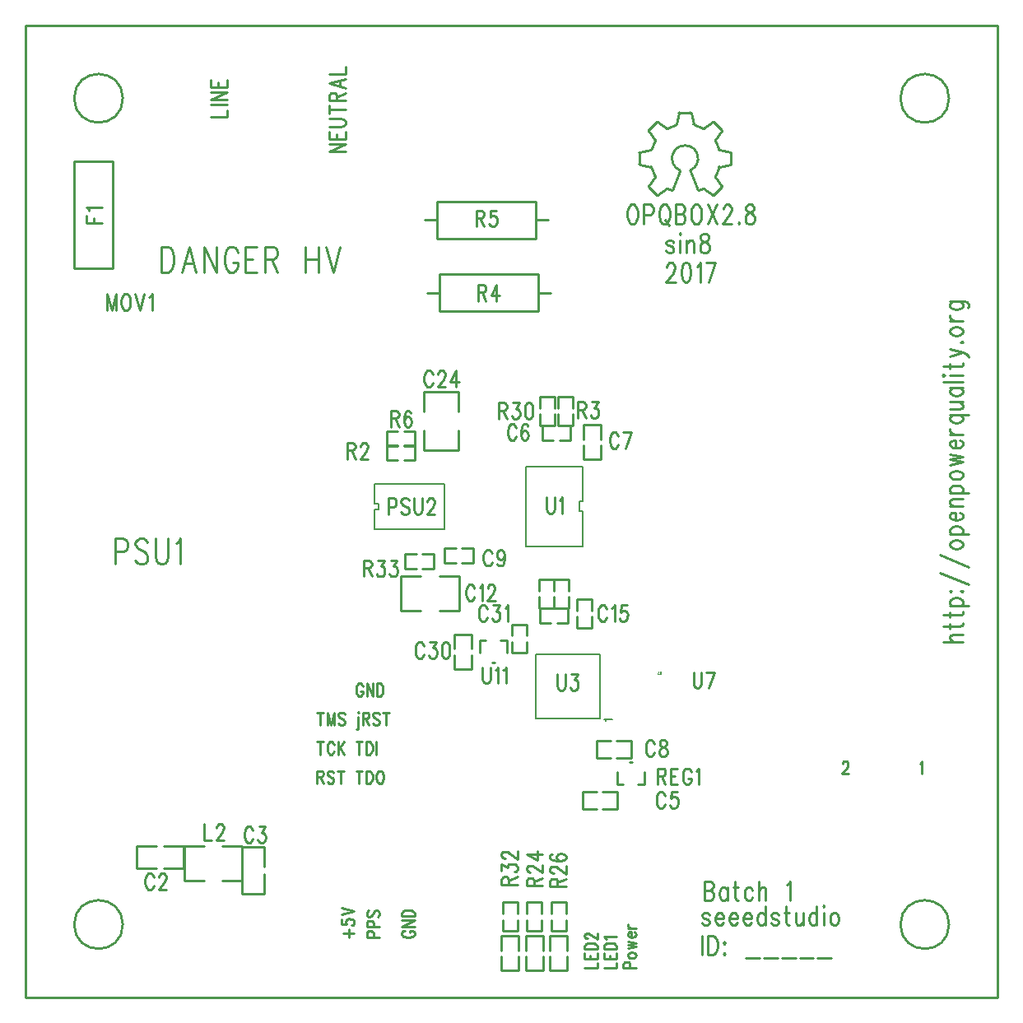
<source format=gto>
*
*
G04 PADS VX.1.2 Build Number: 698008 generated Gerber (RS-274-X) file*
G04 PC Version=2.1*
*
%IN "opqbox2.pcb"*%
*
%MOIN*%
*
%FSLAX35Y35*%
*
*
*
*
G04 PC Standard Apertures*
*
*
G04 Thermal Relief Aperture macro.*
%AMTER*
1,1,$1,0,0*
1,0,$1-$2,0,0*
21,0,$3,$4,0,0,45*
21,0,$3,$4,0,0,135*
%
*
*
G04 Annular Aperture macro.*
%AMANN*
1,1,$1,0,0*
1,0,$2,0,0*
%
*
*
G04 Odd Aperture macro.*
%AMODD*
1,1,$1,0,0*
1,0,$1-0.005,0,0*
%
*
*
G04 PC Custom Aperture Macros*
*
*
*
*
*
*
G04 PC Aperture Table*
*
%ADD010C,0.001*%
%ADD011C,0.00787*%
%ADD012C,0.005*%
%ADD013C,0.01*%
%ADD193C,0.0015*%
*
*
*
*
G04 PC Circuitry*
G04 Layer Name opqbox2.pcb - circuitry*
%LPD*%
*
*
G04 PC Custom Flashes*
G04 Layer Name opqbox2.pcb - flashes*
%LPD*%
*
*
G04 PC Circuitry*
G04 Layer Name opqbox2.pcb - circuitry*
%LPD*%
*
G54D10*
G54D11*
G01X241339Y289764D02*
Y297687D01*
X243110*
Y299951*
X241339*
Y307874*
X269685*
Y289764*
X241339*
X332776Y212894D02*
Y239075D01*
X306594*
Y212894*
X332776*
X325689Y314862D02*
Y300824D01*
X324250*
Y296813*
X325689*
Y282776*
X302657*
Y314862*
X325689*
G54D12*
X335029Y211984D02*
X334873Y212212D01*
X334404Y212552*
X337685*
G54D13*
X155831Y152193D02*
X163831D01*
Y161193*
X155831*
X152831Y152193D02*
X144831D01*
Y161193*
X152831*
X196626Y153075D02*
Y161075D01*
X187626*
Y153075*
X196626Y150075D02*
Y142075D01*
X187626*
Y150075*
X172234Y161331D02*
X164184D01*
Y147331*
X172234*
X179734Y161331D02*
X187784D01*
Y147331*
X179734*
X266535Y414961D02*
X261535D01*
X306535Y422461D02*
Y407461D01*
X266535*
Y422461*
X306535*
Y414961D02*
X311535D01*
X307480Y385433D02*
X312480D01*
X267480Y377933D02*
Y392933D01*
X307480*
Y377933*
X267480*
Y385433D02*
X262480D01*
X314417Y338652D02*
Y343202D01*
X308417*
Y338652*
X314417Y336152D02*
Y331602D01*
X308417*
Y336152*
X312445Y116713D02*
Y110913D01*
X319445*
Y116713*
X312445Y119113D02*
Y124913D01*
X319445*
Y119113*
X318945Y133927D02*
Y138477D01*
X312945*
Y133927*
X318945Y131427D02*
Y126877D01*
X312945*
Y131427*
X309102Y133927D02*
Y138477D01*
X303102*
Y133927*
X309102Y131427D02*
Y126877D01*
X303102*
Y131427*
X302602Y116713D02*
Y110913D01*
X309602*
Y116713*
X302602Y119113D02*
Y124913D01*
X309602*
Y119113*
X299260Y133927D02*
Y138477D01*
X293260*
Y133927*
X299260Y131427D02*
Y126877D01*
X293260*
Y131427*
X292760Y116713D02*
Y110913D01*
X299760*
Y116713*
X292760Y119113D02*
Y124913D01*
X299760*
Y119113*
X261307Y329715D02*
Y321665D01*
X275307*
Y329715*
X261307Y337215D02*
Y345265D01*
X275307*
Y337215*
X135433Y438583D02*
X119685D01*
Y395276*
X135433*
Y438583*
X323378Y254262D02*
Y249712D01*
X329378*
Y254262*
X323378Y256762D02*
Y261312D01*
X329378*
Y256762*
X274144Y281937D02*
X269594D01*
Y275937*
X274144*
X276644Y281937D02*
X281194D01*
Y275937*
X276644*
X333680Y176421D02*
X339480D01*
Y183421*
X333680*
X331280Y176421D02*
X325480D01*
Y183421*
X331280*
X348079Y186157D02*
X350579D01*
Y191157*
X342079Y186157D02*
X339579D01*
Y191157*
X345579Y195157D02*
X344579D01*
X280469Y241161D02*
Y246961D01*
X273469*
Y241161*
X280469Y238761D02*
Y232961D01*
X273469*
Y238761*
X286370Y244748D02*
X283870D01*
Y239748*
X292370Y244748D02*
X294870D01*
Y239748*
X288870Y235748D02*
X289870D01*
X302803Y246526D02*
Y251076D01*
X296803*
Y246526*
X302803Y244026D02*
Y239476D01*
X296803*
Y244026*
X339389Y197091D02*
X345189D01*
Y204091*
X339389*
X336989Y197091D02*
X331189D01*
Y204091*
X336989*
X258199Y279772D02*
X253649D01*
Y273772*
X258199*
X260699Y279772D02*
X265249D01*
Y273772*
X260699*
X267530Y256780D02*
X275580D01*
Y270780*
X267530*
X260030Y256780D02*
X251980D01*
Y270780*
X260030*
X312726Y257528D02*
X308176D01*
Y251528*
X312726*
X315226Y257528D02*
X319776D01*
Y251528*
X315226*
X313711Y331740D02*
X309161D01*
Y325740*
X313711*
X316211Y331740D02*
X320761D01*
Y325740*
X316211*
X253219Y323378D02*
X257769D01*
Y329378*
X253219*
X250719Y323378D02*
X246169D01*
Y329378*
X250719*
Y323472D02*
X246169D01*
Y317472*
X250719*
X253219Y323472D02*
X257769D01*
Y317472*
X253219*
X333028Y326003D02*
Y331803D01*
X326028*
Y326003*
X333028Y323603D02*
Y317803D01*
X326028*
Y323603*
X321504Y338652D02*
Y343202D01*
X315504*
Y338652*
X321504Y336152D02*
Y331602D01*
X315504*
Y336152*
X319929Y264636D02*
Y269186D01*
X313929*
Y264636*
X319929Y262136D02*
Y257586D01*
X313929*
Y262136*
X314024Y264636D02*
Y269186D01*
X308024*
Y264636*
X314024Y262136D02*
Y257586D01*
X308024*
Y262136*
X136220Y285925D02*
Y275591D01*
Y285925D02*
X139442D01*
X140515Y285433*
X140873Y284941*
X141231Y283957*
Y282480*
X140873Y281496*
X140515Y281004*
X139442Y280512*
X136220*
X149463Y284449D02*
X148747Y285433D01*
X147674Y285925*
X146242*
X145168Y285433*
X144452Y284449*
Y283465*
X144810Y282480*
X145168Y281988*
X145884Y281496*
X148031Y280512*
X148747Y280020*
X149105Y279528*
X149463Y278543*
Y277067*
X148747Y276083*
X147674Y275591*
X146242*
X145168Y276083*
X144452Y277067*
X152684Y285925D02*
Y278543D01*
X153042Y277067*
X153758Y276083*
X154832Y275591*
X155548*
X156621Y276083*
X157337Y277067*
X157695Y278543*
Y285925*
X160916Y283957D02*
X161632Y284449D01*
X162706Y285925*
Y275591*
X246850Y302232D02*
Y295669D01*
Y302232D02*
X248896D01*
X249578Y301919*
X249805Y301607*
X250032Y300982*
Y300044*
X249805Y299419*
X249578Y299107*
X248896Y298794*
X246850*
X255259Y301294D02*
X254805Y301919D01*
X254123Y302232*
X253214*
X252532Y301919*
X252078Y301294*
Y300669*
X252305Y300044*
X252532Y299732*
X252987Y299419*
X254350Y298794*
X254805Y298482*
X255032Y298169*
X255259Y297544*
Y296607*
X254805Y295982*
X254123Y295669*
X253214*
X252532Y295982*
X252078Y296607*
X257305Y302232D02*
Y297544D01*
X257532Y296607*
X257987Y295982*
X258669Y295669*
X259123*
X259805Y295982*
X260259Y296607*
X260487Y297544*
Y302232*
X262759Y300669D02*
Y300982D01*
X262987Y301607*
X263214Y301919*
X263669Y302232*
X264578*
X265032Y301919*
X265259Y301607*
X265487Y300982*
Y300357*
X265259Y299732*
X264805Y298794*
X262532Y295669*
X265714*
X151834Y148701D02*
X151607Y149326D01*
X151152Y149951*
X150698Y150263*
X149789*
X149334Y149951*
X148880Y149326*
X148652Y148701*
X148425Y147763*
Y146201*
X148652Y145263*
X148880Y144638*
X149334Y144013*
X149789Y143701*
X150698*
X151152Y144013*
X151607Y144638*
X151834Y145263*
X154107Y148701D02*
Y149013D01*
X154334Y149638*
X154562Y149951*
X155016Y150263*
X155925*
X156380Y149951*
X156607Y149638*
X156834Y149013*
Y148388*
X156607Y147763*
X156152Y146826*
X153880Y143701*
X157062*
X191992Y167598D02*
X191764Y168223D01*
X191310Y168848*
X190855Y169161*
X189946*
X189492Y168848*
X189037Y168223*
X188810Y167598*
X188583Y166661*
Y165098*
X188810Y164161*
X189037Y163536*
X189492Y162911*
X189946Y162598*
X190855*
X191310Y162911*
X191764Y163536*
X191992Y164161*
X194492Y169161D02*
X196992D01*
X195628Y166661*
X196310*
X196764Y166348*
X196992Y166036*
X197219Y165098*
Y164473*
X196992Y163536*
X196537Y162911*
X195855Y162598*
X195174*
X194492Y162911*
X194264Y163223*
X194037Y163848*
X172441Y170342D02*
Y163780D01*
X175168*
X177441Y168780D02*
Y169092D01*
X177668Y169717*
X177895Y170030*
X178350Y170342*
X179259*
X179714Y170030*
X179941Y169717*
X180168Y169092*
Y168467*
X179941Y167842*
X179486Y166905*
X177214Y163780*
X180395*
X282480Y418767D02*
Y412205D01*
Y418767D02*
X284526D01*
X285208Y418455*
X285435Y418142*
X285662Y417517*
Y416892*
X285435Y416267*
X285208Y415955*
X284526Y415642*
X282480*
X284071D02*
X285662Y412205D01*
X290662Y418767D02*
X288389D01*
X288162Y415955*
X288389Y416267*
X289071Y416580*
X289753*
X290435Y416267*
X290889Y415642*
X291117Y414705*
X290889Y414080*
X290662Y413142*
X290208Y412517*
X289526Y412205*
X288844*
X288162Y412517*
X287935Y412830*
X287708Y413455*
X283268Y388649D02*
Y382087D01*
Y388649D02*
X285313D01*
X285995Y388337*
X286222Y388024*
X286450Y387399*
Y386774*
X286222Y386149*
X285995Y385837*
X285313Y385524*
X283268*
X284859D02*
X286450Y382087D01*
X290768Y388649D02*
X288495Y384274D01*
X291904*
X290768Y388649D02*
Y382087D01*
X291732Y340814D02*
Y334252D01*
Y340814D02*
X293778D01*
X294460Y340502*
X294687Y340189*
X294914Y339564*
Y338939*
X294687Y338314*
X294460Y338002*
X293778Y337689*
X291732*
X293323D02*
X294914Y334252D01*
X297414Y340814D02*
X299914D01*
X298550Y338314*
X299232*
X299687Y338002*
X299914Y337689*
X300141Y336752*
Y336127*
X299914Y335189*
X299460Y334564*
X298778Y334252*
X298096*
X297414Y334564*
X297187Y334877*
X296960Y335502*
X303550Y340814D02*
X302869Y340502D01*
X302414Y339564*
X302187Y338002*
Y337064*
X302414Y335502*
X302869Y334564*
X303550Y334252*
X304005*
X304687Y334564*
X305141Y335502*
X305369Y337064*
Y338002*
X305141Y339564*
X304687Y340502*
X304005Y340814*
X303550*
X133071Y384909D02*
Y378346D01*
Y384909D02*
X134889Y378346D01*
X136707Y384909D02*
X134889Y378346D01*
X136707Y384909D02*
Y378346D01*
X140116Y384909D02*
X139662Y384596D01*
X139207Y383971*
X138980Y383346*
X138753Y382409*
Y380846*
X138980Y379909*
X139207Y379284*
X139662Y378659*
X140116Y378346*
X141025*
X141480Y378659*
X141935Y379284*
X141935D02*
X142162Y379909D01*
X142389Y380846*
Y382409*
X142162Y383346*
X141935Y383971*
X141935D02*
X141480Y384596D01*
X141025Y384909*
X140116*
X144435D02*
X146253Y378346D01*
X148071Y384909D02*
X146253Y378346D01*
X150116Y383659D02*
X150571Y383971D01*
X151253Y384909*
Y378346*
X222965Y442520D02*
X229528D01*
X222965D02*
X229528Y445702D01*
X222965D02*
X229528D01*
X222965Y447747D02*
X229528D01*
X222965D02*
Y450702D01*
X226090Y447747D02*
Y449565D01*
X229528Y447747D02*
Y450702D01*
X222965Y452747D02*
X227653D01*
X228590Y452974*
X229215Y453429*
X229528Y454111*
Y454565*
X229215Y455247*
X228590Y455702*
X227653Y455929*
X222965*
Y459565D02*
X229528D01*
X222965Y457974D02*
Y461156D01*
Y463202D02*
X229528D01*
X222965D02*
Y465247D01*
X223278Y465929*
X223590Y466156*
X224215Y466383*
X224840*
X225465Y466156*
X225778Y465929*
X226090Y465247*
Y463202*
Y464792D02*
X229528Y466383D01*
X222965Y470247D02*
X229528Y468429D01*
X222965Y470247D02*
X229528Y472065D01*
X227340Y469111D02*
Y471383D01*
X222965Y474111D02*
X229528D01*
Y476838*
X174934Y456693D02*
X181496D01*
Y459420*
X174934Y461466D02*
X181496D01*
X174934Y463511D02*
X181496D01*
X174934D02*
X181496Y466693D01*
X174934D02*
X181496D01*
X174934Y468738D02*
X181496D01*
X174934D02*
Y471693D01*
X178059Y468738D02*
Y470557D01*
X181496Y468738D02*
Y471693D01*
X312335Y144882D02*
X318898D01*
X312335D02*
Y146927D01*
X312648Y147609*
X312960Y147836*
X313585Y148064*
X314210*
X314835Y147836*
X315148Y147609*
X315460Y146927*
Y144882*
Y146473D02*
X318898Y148064D01*
X313898Y150336D02*
X313585D01*
X312960Y150564*
X312648Y150791*
X312335Y151246*
Y152155*
X312648Y152609*
X312960Y152836*
X313585Y153064*
X314210*
X314835Y152836*
X315773Y152382*
X318898Y150109*
Y153291*
X313273Y158064D02*
X312648Y157836D01*
X312335Y157155*
Y156700*
X312648Y156018*
X313585Y155564*
X315148Y155336*
X316710*
X317960Y155564*
X318585Y156018*
X318898Y156700*
Y156927*
X318585Y157609*
X317960Y158064*
X317023Y158291*
X316710*
X315773Y158064*
X315148Y157609*
X314835Y156927*
Y156700*
X315148Y156018*
X315773Y155564*
X316710Y155336*
X302886Y145276D02*
X309449D01*
X302886D02*
Y147321D01*
X303199Y148003*
X303511Y148230*
X304136Y148457*
X304761*
X305386Y148230*
X305699Y148003*
X306011Y147321*
Y145276*
Y146866D02*
X309449Y148457D01*
X304449Y150730D02*
X304136D01*
X303511Y150957*
X303199Y151185*
X302886Y151639*
Y152548*
X303199Y153003*
X303511Y153230*
X304136Y153457*
X304761*
X305386Y153230*
X306324Y152776*
X309449Y150503*
Y153685*
X302886Y158003D02*
X307261Y155730D01*
Y159139*
X302886Y158003D02*
X309449D01*
X292650Y145669D02*
X299213D01*
X292650D02*
Y147715D01*
X292963Y148397*
X293275Y148624*
X293900Y148851*
X294525*
X295150Y148624*
X295463Y148397*
X295775Y147715*
Y145669*
Y147260D02*
X299213Y148851D01*
X292650Y151351D02*
Y153851D01*
X295150Y152487*
Y153169*
X295463Y153624*
X295775Y153851*
X296713Y154078*
X297338*
X298275Y153851*
X298900Y153397*
X299213Y152715*
Y152033*
X298900Y151351*
X298588Y151124*
X297963Y150897*
X294213Y156351D02*
X293900D01*
X293275Y156578*
X292963Y156806*
X292650Y157260*
Y158169*
X292963Y158624*
X293275Y158851*
X293900Y159078*
X294525*
X295150Y158851*
X296088Y158397*
X299213Y156124*
Y159306*
X264826Y352244D02*
X264599Y352869D01*
X264145Y353494*
X263690Y353807*
X262781*
X262326Y353494*
X261872Y352869*
X261645Y352244*
X261417Y351307*
Y349744*
X261645Y348807*
X261872Y348182*
X262326Y347557*
X262781Y347244*
X263690*
X264145Y347557*
X264599Y348182*
X264826Y348807*
X267099Y352244D02*
Y352557D01*
X267326Y353182*
X267554Y353494*
X268008Y353807*
X268917*
X269372Y353494*
X269599Y353182*
X269826Y352557*
Y351932*
X269599Y351307*
X269145Y350369*
X266872Y347244*
X270054*
X274372Y353807D02*
X272099Y349432D01*
X275508*
X274372Y353807D02*
Y347244D01*
X124540Y413780D02*
X131102D01*
X124540D02*
Y416734D01*
X127665Y413780D02*
Y415598D01*
X125790Y418780D02*
X125477Y419234D01*
X124540Y419916*
X131102*
X315354Y230972D02*
Y226284D01*
X315582Y225347*
X316036Y224722*
X316718Y224409*
X317173*
X317854Y224722*
X318309Y225347*
X318536Y226284*
Y230972*
X321036D02*
X323536D01*
X322173Y228472*
X322854*
X323309Y228159*
X323536Y227847*
X323763Y226909*
Y226284*
X323536Y225347*
X323082Y224722*
X322400Y224409*
X321718*
X321036Y224722*
X320809Y225034*
X320582Y225659*
X335299Y257362D02*
X335072Y257987D01*
X334617Y258612*
X334162Y258925*
X333253*
X332799Y258612*
X332344Y257987*
X332117Y257362*
X331890Y256425*
Y254862*
X332117Y253925*
X332344Y253300*
X332799Y252675*
X333253Y252362*
X334162*
X334617Y252675*
X335072Y253300*
X335299Y253925*
X337344Y257675D02*
X337799Y257987D01*
X338481Y258925*
Y252362*
X343481Y258925D02*
X341208D01*
X340981Y256112*
X341208Y256425*
X341890Y256737*
X342572*
X343253Y256425*
X343708Y255800*
X343935Y254862*
X343708Y254237*
X343481Y253300*
X343026Y252675*
X342344Y252362*
X341662*
X340981Y252675*
X340753Y252987*
X340526Y253612*
X288842Y279803D02*
X288615Y280428D01*
X288160Y281053*
X287706Y281366*
X286797*
X286342Y281053*
X285888Y280428*
X285660Y279803*
X285433Y278866*
Y277303*
X285660Y276366*
X285888Y275741*
X286342Y275116*
X286797Y274803*
X287706*
X288160Y275116*
X288615Y275741*
X288842Y276366*
X293842Y279178D02*
X293615Y278241D01*
X293160Y277616*
X292479Y277303*
X292251*
X291569Y277616*
X291115Y278241*
X290888Y279178*
Y279491*
X291115Y280428*
X291569Y281053*
X292251Y281366*
X292479*
X293160Y281053*
X293615Y280428*
X293842Y279178*
Y277616*
X293615Y276053*
X293160Y275116*
X292479Y274803*
X292024*
X291342Y275116*
X291115Y275741*
X358921Y181772D02*
X358694Y182397D01*
X358239Y183022*
X357785Y183334*
X356875*
X356421Y183022*
X355966Y182397*
X355739Y181772*
X355512Y180834*
Y179272*
X355739Y178334*
X355966Y177709*
X356421Y177084*
X356875Y176772*
X357785*
X358239Y177084*
X358694Y177709*
X358921Y178334*
X363921Y183334D02*
X361648D01*
X361421Y180522*
X361648Y180834*
X362330Y181147*
X363012*
X363694Y180834*
X364148Y180209*
X364375Y179272*
X364148Y178647*
X363921Y177709*
X363466Y177084*
X362785Y176772*
X362103*
X361421Y177084*
X361194Y177397*
X360966Y178022*
X355906Y192783D02*
Y186220D01*
Y192783D02*
X357951D01*
X358633Y192470*
X358860Y192158*
X359087Y191533*
Y190908*
X358860Y190283*
X358633Y189970*
X357951Y189658*
X355906*
X357496D02*
X359087Y186220D01*
X361133Y192783D02*
Y186220D01*
Y192783D02*
X364087D01*
X361133Y189658D02*
X362951D01*
X361133Y186220D02*
X364087D01*
X369542Y191220D02*
X369315Y191845D01*
X368860Y192470*
X368406Y192783*
X367496*
X367042Y192470*
X366587Y191845*
X366360Y191220*
X366133Y190283*
Y188720*
X366360Y187783*
X366587Y187158*
X367042Y186533*
X367496Y186220*
X368406*
X368860Y186533*
X369315Y187158*
X369542Y187783*
Y188720*
X368406D02*
X369542D01*
X371587Y191533D02*
X372042Y191845D01*
X372724Y192783*
Y186220*
X261283Y242402D02*
X261056Y243027D01*
X260601Y243652*
X260147Y243964*
X259238*
X258783Y243652*
X258329Y243027*
X258101Y242402*
X257874Y241464*
Y239902*
X258101Y238964*
X258329Y238339*
X258783Y237714*
X259238Y237402*
X260147*
X260601Y237714*
X261056Y238339*
X261283Y238964*
X263783Y243964D02*
X266283D01*
X264919Y241464*
X265601*
X266056Y241152*
X266283Y240839*
X266510Y239902*
Y239277*
X266283Y238339*
X265829Y237714*
X265147Y237402*
X264465*
X263783Y237714*
X263556Y238027*
X263329Y238652*
X269919Y243964D02*
X269238Y243652D01*
X268783Y242714*
X268556Y241152*
Y240214*
X268783Y238652*
X269238Y237714*
X269919Y237402*
X270374*
X271056Y237714*
X271510Y238652*
X271738Y240214*
Y241152*
X271510Y242714*
X271056Y243652*
X270374Y243964*
X269919*
X285039Y233728D02*
Y229040D01*
X285267Y228103*
X285721Y227478*
X286403Y227165*
X286858*
X287539Y227478*
X287994Y228103*
X288221Y229040*
Y233728*
X290267Y232478D02*
X290721Y232790D01*
X291403Y233728*
Y227165*
X293448Y232478D02*
X293903Y232790D01*
X294585Y233728*
Y227165*
X286874Y257362D02*
X286646Y257987D01*
X286192Y258612*
X285737Y258925*
X284828*
X284374Y258612*
X283919Y257987*
X283692Y257362*
X283465Y256425*
Y254862*
X283692Y253925*
X283919Y253300*
X284374Y252675*
X284828Y252362*
X285737*
X286192Y252675*
X286646Y253300*
X286874Y253925*
X289374Y258925D02*
X291874D01*
X290510Y256425*
X291192*
X291646Y256112*
X291874Y255800*
X292101Y254862*
Y254237*
X291874Y253300*
X291419Y252675*
X290737Y252362*
X290055*
X289374Y252675*
X289146Y252987*
X288919Y253612*
X294146Y257675D02*
X294601Y257987D01*
X295283Y258925*
Y252362*
X370472Y231759D02*
Y227072D01*
X370700Y226134*
X371154Y225509*
X371836Y225197*
X372291*
X372972Y225509*
X373427Y226134*
X373654Y227072*
Y231759*
X378882D02*
X376609Y225197D01*
X375700Y231759D02*
X378882D01*
X354590Y202638D02*
X354363Y203263D01*
X353908Y203888*
X353454Y204200*
X352545*
X352090Y203888*
X351636Y203263*
X351408Y202638*
X351181Y201700*
Y200138*
X351408Y199200*
X351636Y198575*
X352090Y197950*
X352545Y197638*
X353454*
X353908Y197950*
X354363Y198575*
X354590Y199200*
X357772Y204200D02*
X357090Y203888D01*
X356863Y203263*
Y202638*
X357090Y202013*
X357545Y201700*
X358454Y201388*
X359136Y201075*
X359590Y200450*
X359817Y199825*
Y198888*
X359590Y198263*
X359363Y197950*
X358681Y197638*
X357772*
X357090Y197950*
X356863Y198263*
X356636Y198888*
Y199825*
X356863Y200450*
X357317Y201075*
X357999Y201388*
X358908Y201700*
X359363Y202013*
X359590Y202638*
Y203263*
X359363Y203888*
X358681Y204200*
X357772*
X237008Y277035D02*
Y270472D01*
Y277035D02*
X239053D01*
X239735Y276722*
X239962Y276410*
X240190Y275785*
Y275160*
X239962Y274535*
X239735Y274222*
X239053Y273910*
X237008*
X238599D02*
X240190Y270472D01*
X242690Y277035D02*
X245190D01*
X243826Y274535*
X244508*
X244962Y274222*
X245190Y273910*
X245417Y272972*
Y272347*
X245190Y271410*
X244735Y270785*
X244053Y270472*
X243372*
X242690Y270785*
X242462Y271097*
X242235Y271722*
X247917Y277035D02*
X250417D01*
X249053Y274535*
X249735*
X250190Y274222*
X250417Y273910*
X250644Y272972*
Y272347*
X250417Y271410*
X249962Y270785*
X249281Y270472*
X248599*
X247917Y270785*
X247690Y271097*
X247462Y271722*
X281756Y265630D02*
X281528Y266255D01*
X281074Y266880*
X280619Y267192*
X279710*
X279256Y266880*
X278801Y266255*
X278574Y265630*
X278346Y264692*
Y263130*
X278574Y262192*
X278801Y261567*
X279256Y260942*
X279710Y260630*
X280619*
X281074Y260942*
X281528Y261567*
X281756Y262192*
X283801Y265942D02*
X284256Y266255D01*
X284937Y267192*
Y260630*
X287210Y265630D02*
Y265942D01*
X287437Y266567*
X287665Y266880*
X288119Y267192*
X289028*
X289483Y266880*
X289710Y266567*
X289937Y265942*
Y265317*
X289710Y264692*
X289256Y263755*
X286983Y260630*
X290165*
X298685Y330591D02*
X298457Y331216D01*
X298003Y331841*
X297548Y332153*
X296639*
X296185Y331841*
X295730Y331216*
X295503Y330591*
X295276Y329653*
Y328091*
X295503Y327153*
X295730Y326528*
X296185Y325903*
X296639Y325591*
X297548*
X298003Y325903*
X298457Y326528*
X298685Y327153*
X303457Y331216D02*
X303230Y331841D01*
X302548Y332153*
X302094*
X301412Y331841*
X300957Y330903*
X300730Y329341*
Y327778*
X300957Y326528*
X301412Y325903*
X302094Y325591*
X302321*
X303003Y325903*
X303457Y326528*
X303685Y327466*
Y327778*
X303457Y328716*
X303003Y329341*
X302321Y329653*
X302094*
X301412Y329341*
X300957Y328716*
X300730Y327778*
X248031Y337665D02*
Y331102D01*
Y337665D02*
X250077D01*
X250759Y337352*
X250986Y337040*
X251213Y336415*
Y335790*
X250986Y335165*
X250759Y334852*
X250077Y334540*
X248031*
X249622D02*
X251213Y331102D01*
X255986Y336727D02*
X255759Y337352D01*
X255077Y337665*
X254622*
X253941Y337352*
X253486Y336415*
X253259Y334852*
Y333290*
X253486Y332040*
X253941Y331415*
X254622Y331102*
X254850*
X255531Y331415*
X255986Y332040*
X256213Y332977*
Y333290*
X255986Y334227*
X255531Y334852*
X254850Y335165*
X254622*
X253941Y334852*
X253486Y334227*
X253259Y333290*
X230315Y324673D02*
Y318110D01*
Y324673D02*
X232360D01*
X233042Y324360*
X233270Y324048*
X233497Y323423*
Y322798*
X233270Y322173*
X233042Y321860*
X232360Y321548*
X230315*
X231906D02*
X233497Y318110D01*
X235770Y323110D02*
Y323423D01*
X235997Y324048*
X236224Y324360*
X236679Y324673*
X237588*
X238042Y324360*
X238270Y324048*
X238497Y323423*
Y322798*
X238270Y322173*
X237815Y321235*
X235542Y318110*
X238724*
X340023Y327441D02*
X339796Y328066D01*
X339341Y328691*
X338887Y329003*
X337978*
X337523Y328691*
X337069Y328066*
X336841Y327441*
X336614Y326503*
Y324941*
X336841Y324003*
X337069Y323378*
X337523Y322753*
X337978Y322441*
X338887*
X339341Y322753*
X339796Y323378*
X340023Y324003*
X345251Y329003D02*
X342978Y322441D01*
X342069Y329003D02*
X345251D01*
X323622Y341208D02*
Y334646D01*
Y341208D02*
X325668D01*
X325668D02*
X326349Y340896D01*
X326577Y340583*
X326804Y339958*
Y339333*
X326577Y338708*
X326349Y338396*
X325668Y338083*
X325668D02*
X323622D01*
X325213D02*
X326804Y334646D01*
X329304Y341208D02*
X331804D01*
X330440Y338708*
X331122*
X331577Y338396*
X331804Y338083*
X332031Y337146*
Y336521*
X331804Y335583*
X331349Y334958*
X330668Y334646*
X330668D02*
X329986D01*
X329304Y334958*
X329077Y335271*
X328849Y335896*
X311024Y302625D02*
Y297938D01*
X311251Y297000*
X311705Y296375*
X312387Y296063*
X312842*
X313524Y296375*
X313978Y297000*
X314205Y297938*
Y302625*
X316251Y301375D02*
X316705Y301688D01*
X317387Y302625*
Y296063*
X219363Y215404D02*
Y210236D01*
X218110Y215404D02*
X220616D01*
X222226D02*
Y210236D01*
Y215404D02*
X223658Y210236D01*
X225089Y215404D02*
X223658Y210236D01*
X225089Y215404D02*
Y210236D01*
X229205Y214665D02*
X228848Y215157D01*
X228311Y215404*
X227595*
X227058Y215157*
X226700Y214665*
Y214173*
X226879Y213681*
X227058Y213435*
X227416Y213189*
X228490Y212697*
X228848Y212451*
X229026Y212205*
X229205Y211713*
Y210974*
X228848Y210482*
X228311Y210236*
X227595*
X227058Y210482*
X226700Y210974*
X234574Y215404D02*
X234753Y215157D01*
X234932Y215404*
X234753Y215650*
X234574Y215404*
X234753Y213681D02*
Y209498D01*
X234574Y208760*
X234216Y208514*
X233858*
X236543Y215404D02*
Y210236D01*
Y215404D02*
X238153D01*
X238690Y215157*
X238869Y214911*
X239048Y214419*
Y213927*
X238869Y213435*
X238690Y213189*
X238153Y212943*
X236543*
X237795D02*
X239048Y210236D01*
X243164Y214665D02*
X242806Y215157D01*
X242269Y215404*
X241553*
X241016Y215157*
X240659Y214665*
Y214173*
X240838Y213681*
X241016Y213435*
X241374Y213189*
X242448Y212697*
X242806Y212451*
X242985Y212205*
X243164Y211713*
Y210974*
X242806Y210482*
X242269Y210236*
X241553*
X241016Y210482*
X240659Y210974*
X246027Y215404D02*
Y210236D01*
X244775Y215404D02*
X247280D01*
X236543Y225984D02*
X236364Y226476D01*
X236006Y226969*
X235648Y227215*
X234932*
X234574Y226969*
X234216Y226476*
X234037Y225984*
X233858Y225246*
Y224016*
X234037Y223278*
X234216Y222785*
X234574Y222293*
X234932Y222047*
X235648*
X236006Y222293*
X236364Y222785*
X236543Y223278*
Y224016*
X235648D02*
X236543D01*
X238153Y227215D02*
Y222047D01*
Y227215D02*
X240659Y222047D01*
Y227215D02*
Y222047D01*
X242269Y227215D02*
Y222047D01*
Y227215D02*
X243522D01*
X244059Y226969*
X244417Y226476*
X244596Y225984*
X244775Y225246*
Y224016*
X244596Y223278*
X244417Y222785*
X244059Y222293*
X243522Y222047*
X242269*
X235111Y203593D02*
Y198425D01*
X233858Y203593D02*
X236364D01*
X237974D02*
Y198425D01*
Y203593D02*
X239227D01*
X239764Y203346*
X240122Y202854*
X240301Y202362*
X240480Y201624*
Y200394*
X240301Y199656*
X240122Y199163*
X239764Y198671*
X239227Y198425*
X237974*
X242090Y203593D02*
Y198425D01*
X235111Y191781D02*
Y186614D01*
X233858Y191781D02*
X236364D01*
X237974D02*
Y186614D01*
Y191781D02*
X239227D01*
X239764Y191535*
X240122Y191043*
X240301Y190551*
X240480Y189813*
Y188583*
X240301Y187844*
X240122Y187352*
X239764Y186860*
X239227Y186614*
X237974*
X243164Y191781D02*
X242806Y191535D01*
X242448Y191043*
X242269Y190551*
X242090Y189813*
Y188583*
X242269Y187844*
X242448Y187352*
X242806Y186860*
X243164Y186614*
X243880*
X244238Y186860*
X244596Y187352*
X244775Y187844*
X244953Y188583*
Y189813*
X244775Y190551*
X244596Y191043*
X244238Y191535*
X243880Y191781*
X243164*
X219363Y203593D02*
Y198425D01*
X218110Y203593D02*
X220616D01*
X224911Y202362D02*
X224732Y202854D01*
X224374Y203346*
X224016Y203593*
X223300*
X222942Y203346*
X222584Y202854*
X222405Y202362*
X222226Y201624*
Y200394*
X222405Y199656*
X222584Y199163*
X222942Y198671*
X223300Y198425*
X224016*
X224374Y198671*
X224732Y199163*
X224911Y199656*
X226521Y203593D02*
Y198425D01*
X229026Y203593D02*
X226521Y200148D01*
X227416Y201378D02*
X229026Y198425D01*
X218110Y191781D02*
Y186614D01*
Y191781D02*
X219721D01*
X220258Y191535*
X220437Y191289*
X220616Y190797*
Y190305*
X220437Y189813*
X220258Y189567*
X219721Y189321*
X218110*
X219363D02*
X220616Y186614D01*
X224732Y191043D02*
X224374Y191535D01*
X223837Y191781*
X223121*
X222584Y191535*
X222226Y191043*
Y190551*
X222405Y190059*
X222584Y189813*
X222942Y189567*
X224016Y189075*
X224374Y188829*
X224553Y188583*
X224732Y188091*
Y187352*
X224374Y186860*
X223837Y186614*
X223121*
X222584Y186860*
X222226Y187352*
X227595Y191781D02*
Y186614D01*
X226342Y191781D02*
X228848D01*
X155118Y404035D02*
Y393701D01*
Y404035D02*
X157623D01*
X158697Y403543*
X159413Y402559*
X159771Y401575*
X160129Y400098*
Y397638*
X159771Y396161*
X159413Y395177*
X158697Y394193*
X157623Y393701*
X155118*
X166213Y404035D02*
X163350Y393701D01*
X166213Y404035D02*
X169077Y393701D01*
X164424Y397146D02*
X168003D01*
X172298Y404035D02*
Y393701D01*
Y404035D02*
X177309Y393701D01*
Y404035D02*
Y393701D01*
X185898Y401575D02*
X185540Y402559D01*
X184825Y403543*
X184109Y404035*
X182677*
X181961Y403543*
X181246Y402559*
X180888Y401575*
X180530Y400098*
Y397638*
X180888Y396161*
X181246Y395177*
X181961Y394193*
X182677Y393701*
X184109*
X184825Y394193*
X185540Y395177*
X185898Y396161*
Y397638*
X184109D02*
X185898D01*
X189120Y404035D02*
Y393701D01*
Y404035D02*
X193772D01*
X189120Y399114D02*
X191983D01*
X189120Y393701D02*
X193772D01*
X196994Y404035D02*
Y393701D01*
Y404035D02*
X200215D01*
X201288Y403543*
X201646Y403051*
X202004Y402067*
Y401083*
X201646Y400098*
X201288Y399606*
X200215Y399114*
X196994*
X199499D02*
X202004Y393701D01*
X213457Y404035D02*
Y393701D01*
X218468Y404035D02*
Y393701D01*
X213457Y399114D02*
X218468D01*
X221689Y404035D02*
X224553Y393701D01*
X227416Y404035D02*
X224553Y393701D01*
X462205Y194734D02*
X462563Y194980D01*
X463099Y195719*
X463099D02*
Y190551D01*
X430888Y194488D02*
Y194734D01*
X431067Y195226*
X431246Y195472*
X431603Y195719*
X432319*
X432677Y195472*
X432856Y195226*
X433035Y194734*
Y194242*
X432856Y193750*
X432498Y193012*
X430709Y190551*
X433214*
X342077Y111811D02*
X347244D01*
X342077D02*
Y113422D01*
X342323Y113958*
X342569Y114137*
X343061Y114316*
X343799*
X344291Y114137*
X344537Y113958*
X344783Y113422*
Y111811*
X343799Y116822D02*
X344045Y116464D01*
X344537Y116106*
X345276Y115927*
X345768*
X346506Y116106*
X346998Y116464*
X347244Y116822*
Y117359*
X346998Y117717*
X346506Y118074*
X345768Y118253*
X345276*
X344537Y118074*
X344045Y117717*
X343799Y117359*
Y116822*
Y119864D02*
X347244Y120580D01*
X343799Y121296D02*
X347244Y120580D01*
X343799Y121296D02*
X347244Y122011D01*
X343799Y122727D02*
X347244Y122011D01*
X345276Y124338D02*
Y126485D01*
X344783*
X344291Y126306*
X344045Y126127*
X343799Y125770*
Y125233*
X344045Y124875*
X344537Y124517*
X345276Y124338*
X345768*
X346506Y124517*
X346998Y124875*
X347244Y125233*
Y125770*
X346998Y126127*
X346506Y126485*
X343799Y128096D02*
X347244D01*
X345276D02*
X344537Y128275D01*
X344045Y128633*
X343799Y128991*
Y129528*
X334203Y111811D02*
X339370D01*
Y113958*
X334203Y115569D02*
X339370D01*
X334203D02*
Y117895D01*
X336663Y115569D02*
Y117001D01*
X339370Y115569D02*
Y117895D01*
X334203Y119506D02*
X339370D01*
X334203D02*
Y120759D01*
X334449Y121296*
X334941Y121654*
X335433Y121832*
X335433D02*
X336171Y122011D01*
X337402*
X338140Y121832*
X338140D02*
X338632Y121654D01*
X339124Y121296*
X339370Y120759*
Y119506*
X335187Y123622D02*
X334941Y123980D01*
X334203Y124517*
X339370*
X326329Y111811D02*
X331496D01*
Y113958*
X326329Y115569D02*
X331496D01*
X326329D02*
Y117895D01*
X328789Y115569D02*
Y117001D01*
X331496Y115569D02*
Y117895D01*
X326329Y119506D02*
X331496D01*
X326329D02*
Y120759D01*
X326575Y121296*
X327067Y121654*
X327559Y121832*
X327559D02*
X328297Y122011D01*
X329528*
X330266Y121832*
X330266D02*
X330758Y121654D01*
X331250Y121296*
X331496Y120759*
Y119506*
X327559Y123801D02*
X327313D01*
X326821Y123980*
X326575Y124159*
X326329Y124517*
Y125233*
X326575Y125591*
X326821Y125770*
X327313Y125948*
X327805*
X328297Y125770*
X329035Y125412*
X331496Y123622*
Y126127*
X345311Y421137D02*
X344775Y420768D01*
X344238Y420030*
X343969Y419291*
X343701Y418184*
Y416339*
X343969Y415231*
X344238Y414493*
X344775Y413755*
X345311Y413386*
X346385*
X346922Y413755*
X347459Y414493*
X347727Y415231*
X347996Y416339*
Y418184*
X347727Y419291*
X347459Y420030*
X346922Y420768*
X346385Y421137*
X345311*
X350412D02*
Y413386D01*
Y421137D02*
X352827D01*
X353633Y420768*
X353901Y420399*
X354170Y419660*
Y418553*
X353901Y417815*
X353633Y417446*
X352827Y417077*
X350412*
X358196Y421137D02*
X357659Y420768D01*
X357122Y420030*
X356854Y419291*
X356586Y418184*
Y416339*
X356854Y415231*
X357122Y414493*
X357659Y413755*
X358196Y413386*
X359270*
X359807Y413755*
X360344Y414493*
X360612Y415231*
X360880Y416339*
Y418184*
X360612Y419291*
X360344Y420030*
X359807Y420768*
X359270Y421137*
X358196*
X359001Y414862D02*
X360612Y412648D01*
X363296Y421137D02*
Y413386D01*
Y421137D02*
X365712D01*
X366518Y420768*
X366786Y420399*
X367054Y419660*
Y418922*
X366786Y418184*
X366518Y417815*
X365712Y417446*
X363296D02*
X365712D01*
X366518Y417077*
X366786Y416708*
X367054Y415969*
Y414862*
X366786Y414124*
X366518Y413755*
X365712Y413386*
X363296*
X371081Y421137D02*
X370544Y420768D01*
X370007Y420030*
X369739Y419291*
X369470Y418184*
Y416339*
X369739Y415231*
X370007Y414493*
X370544Y413755*
X371081Y413386*
X372155*
X372691Y413755*
X373228Y414493*
X373497Y415231*
X373765Y416339*
Y418184*
X373497Y419291*
X373228Y420030*
X372691Y420768*
X372155Y421137*
X371081*
X376181D02*
X379939Y413386D01*
Y421137D02*
X376181Y413386D01*
X382623Y419291D02*
Y419660D01*
X382892Y420399*
X383160Y420768*
X383697Y421137*
X384771*
X385308Y420768*
X385576Y420399*
X385845Y419660*
Y418922*
X385576Y418184*
X385039Y417077*
X382355Y413386*
X386113*
X388797Y414124D02*
X388529Y413755D01*
X388797Y413386*
X389066Y413755*
X388797Y414124*
X392824Y421137D02*
X392019Y420768D01*
X391750Y420030*
Y419291*
X392019Y418553*
X392555Y418184*
X393629Y417815*
X394435Y417446*
X394435D02*
X394971Y416708D01*
X395240Y415969*
Y414862*
X394971Y414124*
X394703Y413755*
X393898Y413386*
X392824*
X392019Y413755*
X391750Y414124*
X391482Y414862*
Y415969*
X391750Y416708*
X392287Y417446*
X393092Y417815*
X394166Y418184*
X394703Y418553*
X394971Y419291*
Y420030*
X394703Y420768*
X393898Y421137*
X392824*
X362402Y405635D02*
X362133Y406373D01*
X361328Y406742*
X360523*
X359717Y406373*
X359449Y405635*
X359717Y404897*
X360254Y404528*
X361596Y404158*
X362133Y403789*
X362402Y403051*
Y402682*
X362133Y401944*
X361328Y401575*
X360523*
X359717Y401944*
X359449Y402682*
X364817Y409326D02*
X365086Y408957D01*
X365354Y409326*
X365086Y409695*
X364817Y409326*
X365086Y406742D02*
Y401575D01*
X367770Y406742D02*
Y401575D01*
Y405266D02*
X368576Y406373D01*
X369112Y406742*
X369918*
X370455Y406373*
X370723Y405266*
Y401575*
X374481Y409326D02*
X373676Y408957D01*
X373407Y408219*
Y407480*
X373676Y406742*
X374213Y406373*
X375286Y406004*
X376092Y405635*
X376628Y404897*
X376897Y404158*
Y403051*
X376628Y402313*
X376360Y401944*
X375555Y401575*
X374481*
X373676Y401944*
X373407Y402313*
X373139Y403051*
Y404158*
X373407Y404897*
X373944Y405635*
X374749Y406004*
X375823Y406373*
X376360Y406742*
X376628Y407480*
Y408219*
X376360Y408957*
X375555Y409326*
X374481*
X359717Y395669D02*
Y396038D01*
X359986Y396777*
X360254Y397146*
X360791Y397515*
X361865*
X362402Y397146*
X362670Y396777*
X362938Y396038*
Y395300*
X362670Y394562*
X362133Y393455*
X359449Y389764*
X363207*
X367233Y397515D02*
X366428Y397146D01*
X365891Y396038*
X365623Y394193*
Y393086*
X365891Y391240*
X366428Y390133*
X367233Y389764*
X367770*
X368576Y390133*
X369112Y391240*
X369381Y393086*
Y394193*
X369112Y396038*
X368576Y397146*
X367770Y397515*
X367233*
X371797Y396038D02*
X372334Y396407D01*
X373139Y397515*
Y389764*
X379313Y397515D02*
X376628Y389764D01*
X375555Y397515D02*
X379313D01*
X238140Y124409D02*
X243307D01*
X238140D02*
Y126020D01*
X238386Y126557*
X238632Y126736*
X239124Y126915*
X239862*
X240354Y126736*
X240600Y126557*
X240846Y126020*
Y124409*
X238140Y128525D02*
X243307D01*
X238140D02*
Y130136D01*
X238386Y130673*
X238632Y130852*
X239124Y131031*
X239862*
X240354Y130852*
X240600Y130673*
X240846Y130136*
Y128525*
X238878Y135147D02*
X238386Y134789D01*
X238140Y134252*
Y133536*
X238386Y132999*
X238878Y132641*
X239370*
X239862Y132820*
X240108Y132999*
X240354Y133357*
X240846Y134431*
X241093Y134789*
X241339Y134968*
X241831Y135147*
X242569*
X243061Y134789*
X243307Y134252*
Y133536*
X243061Y132999*
X242569Y132641*
X228642Y126020D02*
X233071D01*
X230856Y124409D02*
Y127631D01*
X227904Y131568D02*
Y129778D01*
X230118Y129599*
X229872Y129778*
X229626Y130315*
Y130852*
X229872Y131389*
X230364Y131747*
X231102Y131926*
X231594Y131747*
X232333Y131568*
X232825Y131210*
X233071Y130673*
Y130136*
X232825Y129599*
X232579Y129420*
X232087Y129241*
X227904Y133536D02*
X233071Y134968D01*
X227904Y136399D02*
X233071Y134968D01*
X253543Y127094D02*
X253051Y126915D01*
X252559Y126557*
X252313Y126199*
Y125483*
X252559Y125125*
X253051Y124767*
X253543Y124588*
X254281Y124409*
X255512*
X256250Y124588*
X256742Y124767*
X257234Y125125*
X257480Y125483*
Y126199*
X257234Y126557*
X256742Y126915*
X256250Y127094*
X255512*
Y126199D02*
Y127094D01*
X252313Y128704D02*
X257480D01*
X252313D02*
X257480Y131210D01*
X252313D02*
X257480D01*
X252313Y132820D02*
X257480D01*
X252313D02*
Y134073D01*
X252559Y134610*
X253051Y134968*
X253543Y135147*
X254281Y135326*
X255512*
X256250Y135147*
X256742Y134968*
X257234Y134610*
X257480Y134073*
Y132820*
X374803Y147121D02*
Y139370D01*
Y147121D02*
X377219D01*
X378024Y146752*
X378293Y146383*
X378561Y145645*
Y144906*
X378293Y144168*
X378024Y143799*
X377219Y143430*
X374803D02*
X377219D01*
X378024Y143061*
X378293Y142692*
X378561Y141954*
Y140846*
X378293Y140108*
X378024Y139739*
X377219Y139370*
X374803*
X384198Y144537D02*
Y139370D01*
Y143430D02*
X383661Y144168D01*
X383125Y144537*
X382319*
X381782Y144168*
X381246Y143430*
X380977Y142323*
Y141585*
X381246Y140477*
X381782Y139739*
X382319Y139370*
X383125*
X383661Y139739*
X384198Y140477*
X387419Y147121D02*
Y140846D01*
X387688Y139739*
X388225Y139370*
X388762*
X386614Y144537D02*
X388493D01*
X394399Y143430D02*
X393862Y144168D01*
X393325Y144537*
X392520*
X391983Y144168*
X391446Y143430*
X391178Y142323*
Y141585*
X391446Y140477*
X391983Y139739*
X392520Y139370*
X393325*
X393862Y139739*
X394399Y140477*
X396815Y147121D02*
Y139370D01*
Y143061D02*
X397620Y144168D01*
X398157Y144537*
X398962*
X399499Y144168*
X399767Y143061*
Y139370*
X408357Y145645D02*
X408894Y146014D01*
X409699Y147121*
Y139370*
X376969Y133194D02*
X376700Y133932D01*
X375895Y134301*
X375089*
X374284Y133932*
X374016Y133194*
X374284Y132456*
X374821Y132087*
X376163Y131718*
X376700Y131348*
X376969Y130610*
Y130241*
X376700Y129503*
X375895Y129134*
X375089*
X374284Y129503*
X374016Y130241*
X379384Y132087D02*
X382606D01*
Y132825*
X382337Y133563*
X382069Y133932*
X381532Y134301*
X380727*
X380190Y133932*
X379653Y133194*
X379384Y132087*
Y131348*
X379653Y130241*
X380190Y129503*
X380727Y129134*
X381532*
X382069Y129503*
X382606Y130241*
X385021Y132087D02*
X388243D01*
Y132825*
X387974Y133563*
X387706Y133932*
X387169Y134301*
X386364*
X385827Y133932*
X385290Y133194*
X385021Y132087*
Y131348*
X385290Y130241*
X385827Y129503*
X386364Y129134*
X387169*
X387706Y129503*
X388243Y130241*
X390659Y132087D02*
X393880D01*
Y132825*
X393611Y133563*
X393343Y133932*
X392806Y134301*
X392001*
X391464Y133932*
X390927Y133194*
X390659Y132087*
Y131348*
X390927Y130241*
X391464Y129503*
X392001Y129134*
X392806*
X393343Y129503*
X393880Y130241*
X399517Y136885D02*
Y129134D01*
Y133194D02*
X398980Y133932D01*
X398443Y134301*
X397638*
X397101Y133932*
X396564Y133194*
X396296Y132087*
Y131348*
X396564Y130241*
X397101Y129503*
X397638Y129134*
X398443*
X398980Y129503*
X399517Y130241*
X404885Y133194D02*
X404617Y133932D01*
X403812Y134301*
X403006*
X402201Y133932*
X401933Y133194*
X402201Y132456*
X402738Y132087*
X404080Y131718*
X404617Y131348*
X404885Y130610*
Y130241*
X404617Y129503*
X403812Y129134*
X403006*
X402201Y129503*
X401933Y130241*
X408107Y136885D02*
Y130610D01*
X408375Y129503*
X408912Y129134*
X409449*
X407301Y134301D02*
X409180D01*
X411865D02*
Y130610D01*
X412133Y129503*
X412670Y129134*
X413475*
X414012Y129503*
X414817Y130610*
Y134301D02*
Y129134D01*
X420455Y136885D02*
Y129134D01*
Y133194D02*
X419918Y133932D01*
X419381Y134301*
X418576*
X418039Y133932*
X417502Y133194*
X417233Y132087*
Y131348*
X417502Y130241*
X418039Y129503*
X418576Y129134*
X419381*
X419918Y129503*
X420455Y130241*
X422870Y136885D02*
X423139Y136516D01*
X423407Y136885*
X423139Y137254*
X422870Y136885*
X423139Y134301D02*
Y129134D01*
X427165Y134301D02*
X426628Y133932D01*
X426092Y133194*
X425823Y132087*
Y131348*
X426092Y130241*
X426628Y129503*
X427165Y129134*
X427971*
X428508Y129503*
X429044Y130241*
X429313Y131348*
Y132087*
X429044Y133194*
X428508Y133932*
X427971Y134301*
X427165*
X374016Y125074D02*
Y117323D01*
X376432Y125074D02*
Y117323D01*
Y125074D02*
X378311D01*
X379116Y124705*
X379653Y123967*
X379921Y123228*
X380190Y122121*
Y120276*
X379921Y119168*
X379653Y118430*
X379116Y117692*
X378311Y117323*
X376432*
X382874Y122490D02*
X382606Y122121D01*
X382874Y121752*
X383142Y122121*
X382874Y122490*
Y118061D02*
X382606Y117692D01*
X382874Y117323*
X383142Y117692*
X382874Y118061*
X391732Y115846D02*
X397369D01*
X398980D02*
X404617D01*
X406228D02*
X411865D01*
X413475D02*
X419112D01*
X420723D02*
X426360D01*
X471777Y244094D02*
X479528D01*
X475837D02*
X474729Y244900D01*
X474360Y245437*
Y246242*
X474729Y246779*
X475837Y247047*
X479528*
X471777Y250268D02*
X478051D01*
X479158Y250537*
X479528Y251074*
Y251611*
X474360Y249463D02*
Y251342D01*
X471777Y254832D02*
X478051D01*
X479158Y255100*
X479528Y255637*
Y256174*
X474360Y254026D02*
Y255906D01*
Y258590D02*
X482111D01*
X475468D02*
X474729Y259127D01*
X474360Y259664*
Y260469*
X474729Y261006*
X475468Y261543*
X476575Y261811*
X477313*
X478420Y261543*
X479158Y261006*
X479528Y260469*
Y259664*
X479158Y259127*
X478420Y258590*
X474360Y264495D02*
X474729Y264227D01*
X475098Y264495*
X474729Y264764*
X474360Y264495*
X478789D02*
X479158Y264227D01*
X479528Y264495*
X479158Y264764*
X478789Y264495*
X470300Y272011D02*
X482111Y267180D01*
X470300Y279259D02*
X482111Y274427D01*
X474360Y283017D02*
X474729Y282480D01*
X475468Y281943*
X476575Y281675*
X477313*
X478420Y281943*
X479158Y282480*
X479528Y283017*
Y283822*
X479158Y284359*
X478420Y284896*
X477313Y285165*
X476575*
X475468Y284896*
X474729Y284359*
X474360Y283822*
Y283017*
Y287581D02*
X482111D01*
X475468D02*
X474729Y288117D01*
X474360Y288654*
Y289460*
X474729Y289996*
X475468Y290533*
X476575Y290802*
X477313*
X478420Y290533*
X479158Y289996*
X479528Y289460*
Y288654*
X479158Y288117*
X478420Y287581*
X476575Y293218D02*
Y296439D01*
X475837*
X475098Y296170*
X474729Y295902*
X474360Y295365*
Y294560*
X474729Y294023*
X475468Y293486*
X476575Y293218*
X477313*
X478420Y293486*
X479158Y294023*
X479528Y294560*
Y295365*
X479158Y295902*
X478420Y296439*
X474360Y298855D02*
X479528D01*
X475837D02*
X474729Y299660D01*
X474360Y300197*
Y301002*
X474729Y301539*
X475837Y301807*
X479528*
X474360Y304223D02*
X482111D01*
X475468D02*
X474729Y304760D01*
X474360Y305297*
Y306102*
X474729Y306639*
X475468Y307176*
X476575Y307445*
X477313*
X478420Y307176*
X479158Y306639*
X479528Y306102*
Y305297*
X479158Y304760*
X478420Y304223*
X474360Y311203D02*
X474729Y310666D01*
X475468Y310129*
X476575Y309860*
X477313*
X478420Y310129*
X479158Y310666*
X479528Y311203*
Y312008*
X479158Y312545*
X478420Y313082*
X477313Y313350*
X476575*
X475468Y313082*
X474729Y312545*
X474360Y312008*
Y311203*
Y315766D02*
X479528Y316840D01*
X474360Y317913D02*
X479528Y316840D01*
X474360Y317913D02*
X479528Y318987D01*
X474360Y320061D02*
X479528Y318987D01*
X476575Y322477D02*
Y325698D01*
X475837*
X475098Y325429*
X474729Y325161*
X474360Y324624*
Y323819*
X474729Y323282*
X475468Y322745*
X476575Y322477*
X477313*
X478420Y322745*
X479158Y323282*
X479528Y323819*
Y324624*
X479158Y325161*
X478420Y325698*
X474360Y328114D02*
X479528D01*
X476575D02*
X475468Y328382D01*
X474729Y328919*
X474360Y329456*
Y330261*
Y335898D02*
X482111D01*
X475468D02*
X474729Y335361D01*
X474360Y334825*
Y334019*
X474729Y333482*
X475468Y332946*
X476575Y332677*
X477313*
X478420Y332946*
X479158Y333482*
X479528Y334019*
Y334825*
X479158Y335361*
X478420Y335898*
X474360Y338314D02*
X478051D01*
X479158Y338583*
X479528Y339120*
Y339925*
X479158Y340462*
X478051Y341267*
X474360D02*
X479528D01*
X474360Y346904D02*
X479528D01*
X475468D02*
X474729Y346367D01*
X474360Y345830*
Y345025*
X474729Y344488*
X475468Y343951*
X476575Y343683*
X477313*
X478420Y343951*
X479158Y344488*
X479528Y345025*
Y345830*
X479158Y346367*
X478420Y346904*
X471777Y349320D02*
X479528D01*
X471777Y351736D02*
X472146Y352004D01*
X471777Y352273*
X471407Y352004*
X471777Y351736*
X474360Y352004D02*
X479528D01*
X471777Y355494D02*
X478051D01*
X479158Y355762*
X479528Y356299*
Y356836*
X474360Y354689D02*
Y356568D01*
Y359520D02*
X479528Y361131D01*
X474360Y362742D02*
X479528Y361131D01*
X481004Y360594*
X481742Y360057*
X482111Y359520*
Y359252*
X478789Y365426D02*
X479158Y365157D01*
X479528Y365426*
X479158Y365694*
X478789Y365426*
X474360Y369452D02*
X474729Y368916D01*
X475468Y368379*
X476575Y368110*
X477313*
X478420Y368379*
X479158Y368916*
X479528Y369452*
Y370258*
X479158Y370795*
X478420Y371331*
X477313Y371600*
X476575*
X475468Y371331*
X474729Y370795*
X474360Y370258*
Y369452*
Y374016D02*
X479528D01*
X476575D02*
X475468Y374284D01*
X474729Y374821*
X474360Y375358*
Y376163*
Y381800D02*
X480266D01*
X481373Y381532*
X481742Y381263*
X482111Y380727*
Y379921*
X481742Y379384*
X475468Y381800D02*
X474729Y381263D01*
X474360Y380727*
Y379921*
X474729Y379384*
X475468Y378848*
X476575Y378579*
X477313*
X478420Y378848*
X479158Y379384*
X479528Y379921*
Y380727*
X479158Y381263*
X478420Y381800*
X100000Y100000D02*
Y493701D01*
X493701*
Y100000*
X100000*
X139370Y129528D02*
G75*
G03X139370I-9842J0D01*
G01X474016D02*
G03X474016I-9843J0D01*
G01Y464173D02*
G03X474016I-9843J0D01*
G01X139370D02*
G03X139370I-9842J0D01*
G01X369290Y435039D02*
G03X364901I-2195J4771D01*
G01X365021Y434731D02*
G03X364899Y435039I-222J90D01*
G01X365021Y434731D02*
X361873Y427019D01*
X361559Y426888D02*
G03X361873Y427019I92J222D01*
G01X361559Y426888D02*
X359849Y427597D01*
G03X359622Y427574I-92J-222*
G01X355861Y425029*
X355557Y425058D02*
G03X355861Y425029I169J170D01*
G01X355557Y425058D02*
X352343Y428272D01*
X352314Y428576D02*
G03X352343Y428272I199J-135D01*
G01X352314Y428576D02*
X354859Y432337D01*
G03X354882Y432563I-199J134*
G01X353335Y436298*
G03X353158Y436442I-222J-92*
G01X348700Y437302*
X348505Y437538D02*
G03X348700Y437302I240J-0D01*
G01X348505Y437538D02*
Y442083D01*
X348700Y442318D02*
G03X348505Y442083I45J-236D01*
G01X348700Y442318D02*
X353158Y443178D01*
G03X353335Y443322I-45J236*
G01X354882Y447057*
G03X354859Y447284I-222J92*
G01X352314Y451045*
X352343Y451349D02*
G03X352314Y451045I170J-170D01*
G01X352343Y451349D02*
X355557Y454563D01*
X355861Y454592D02*
G03X355557Y454563I-135J-199D01*
G01X355861Y454592D02*
X359622Y452047D01*
G03X359849Y452024I135J199*
G01X363583Y453571*
G03X363727Y453747I-91J222*
G01X364587Y458206*
X364823Y458401D02*
G03X364587Y458206I0J-240D01*
G01X364823Y458401D02*
X369368D01*
X369603Y458206D02*
G03X369368Y458401I-235J-45D01*
G01X369603Y458206D02*
X370464Y453747D01*
G03X370607Y453571I235J46*
G01X370607D02*
X374342Y452024D01*
G03X374569Y452047I92J222*
G01X378330Y454592*
X378634Y454563D02*
G03X378330Y454592I-170J-170D01*
G01X378634Y454563D02*
X381848Y451349D01*
X381877Y451045D02*
G03X381848Y451349I-199J134D01*
G01X381877Y451045D02*
X379332Y447284D01*
G03X379309Y447057I199J-135*
G01X380856Y443322*
G03X381033Y443178I222J92*
G01X381032D02*
X385491Y442318D01*
X385686Y442083D02*
G03X385491Y442318I-241J-1D01*
G01X385686Y442083D02*
Y437538D01*
X385491Y437302D02*
G03X385686Y437538I-45J236D01*
G01X385491Y437302D02*
X381032Y436442D01*
X381033D02*
G03X380856Y436298I45J-236D01*
G01X379309Y432563*
G03X379332Y432337I222J-92*
G01X381877Y428576*
X381848Y428272D02*
G03X381877Y428576I-170J169D01*
G01X381848Y428272D02*
X378634Y425058D01*
X378330Y425029D02*
G03X378634Y425058I134J199D01*
G01X378330Y425029D02*
X374569Y427574D01*
G03X374342Y427597I-135J-199*
G01X372632Y426888*
X372318Y427019D02*
G03X372632Y426888I222J91D01*
G01X372318Y427019D02*
X369169Y434731D01*
X369291Y435039D02*
G03X369169Y434731I101J-218D01*
G54D193*
G01X357370Y230890D02*
Y231593D01*
X357336Y231733*
X357268Y231827*
X357166Y231874*
X357097*
X356995Y231827*
X356927Y231733*
X356893Y231593*
Y230890*
X356109D02*
X356450Y231874D01*
X356586Y230890D02*
X356109D01*
G74*
X0Y0D02*
M02*

</source>
